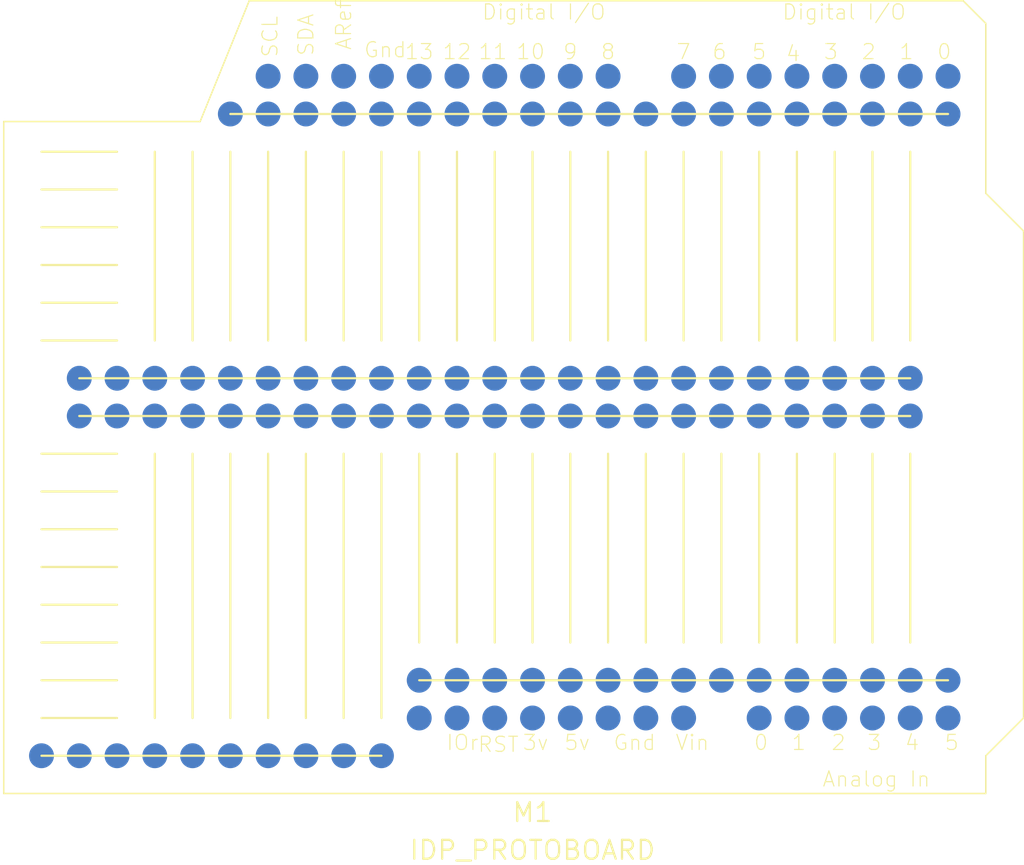
<source format=kicad_pcb>
(kicad_pcb (version 20171130) (host pcbnew 5.1.9)

  (general
    (thickness 1.6)
    (drawings 0)
    (tracks 0)
    (zones 0)
    (modules 1)
    (nets 31)
  )

  (page A4)
  (layers
    (0 F.Cu signal)
    (31 B.Cu signal)
    (32 B.Adhes user)
    (33 F.Adhes user)
    (34 B.Paste user)
    (35 F.Paste user)
    (36 B.SilkS user)
    (37 F.SilkS user)
    (38 B.Mask user)
    (39 F.Mask user)
    (40 Dwgs.User user)
    (41 Cmts.User user)
    (42 Eco1.User user)
    (43 Eco2.User user)
    (44 Edge.Cuts user)
    (45 Margin user)
    (46 B.CrtYd user)
    (47 F.CrtYd user)
    (48 B.Fab user)
    (49 F.Fab user)
  )

  (setup
    (last_trace_width 0.25)
    (trace_clearance 0.2)
    (zone_clearance 0.508)
    (zone_45_only no)
    (trace_min 0.2)
    (via_size 0.8)
    (via_drill 0.4)
    (via_min_size 0.4)
    (via_min_drill 0.3)
    (uvia_size 0.3)
    (uvia_drill 0.1)
    (uvias_allowed no)
    (uvia_min_size 0.2)
    (uvia_min_drill 0.1)
    (edge_width 0.05)
    (segment_width 0.2)
    (pcb_text_width 0.3)
    (pcb_text_size 1.5 1.5)
    (mod_edge_width 0.12)
    (mod_text_size 1 1)
    (mod_text_width 0.15)
    (pad_size 1.524 1.524)
    (pad_drill 0.762)
    (pad_to_mask_clearance 0)
    (aux_axis_origin 0 0)
    (visible_elements FFFFFF7F)
    (pcbplotparams
      (layerselection 0x010fc_ffffffff)
      (usegerberextensions false)
      (usegerberattributes true)
      (usegerberadvancedattributes true)
      (creategerberjobfile true)
      (excludeedgelayer true)
      (linewidth 0.100000)
      (plotframeref false)
      (viasonmask false)
      (mode 1)
      (useauxorigin false)
      (hpglpennumber 1)
      (hpglpenspeed 20)
      (hpglpendiameter 15.000000)
      (psnegative false)
      (psa4output false)
      (plotreference true)
      (plotvalue true)
      (plotinvisibletext false)
      (padsonsilk false)
      (subtractmaskfromsilk false)
      (outputformat 1)
      (mirror false)
      (drillshape 1)
      (scaleselection 1)
      (outputdirectory ""))
  )

  (net 0 "")
  (net 1 "Net-(M1-Pad3V)")
  (net 2 5V)
  (net 3 "Net-(M1-PadA0)")
  (net 4 "Net-(M1-PadA1)")
  (net 5 "Net-(M1-PadA2)")
  (net 6 "Net-(M1-PadA3)")
  (net 7 "Net-(M1-PadA4)")
  (net 8 "Net-(M1-PadA5)")
  (net 9 "Net-(M1-PadAREF)")
  (net 10 "Net-(M1-PadD0)")
  (net 11 "Net-(M1-PadD1)")
  (net 12 "Net-(M1-PadD2)")
  (net 13 "Net-(M1-PadD3)")
  (net 14 "Net-(M1-PadD4)")
  (net 15 "Net-(M1-PadD5)")
  (net 16 "Net-(M1-PadD6)")
  (net 17 "Net-(M1-PadD7)")
  (net 18 "Net-(M1-PadD8)")
  (net 19 "Net-(M1-PadD9)")
  (net 20 "Net-(M1-PadD10)")
  (net 21 "Net-(M1-PadD11)")
  (net 22 "Net-(M1-PadD12)")
  (net 23 "Net-(M1-PadD13)")
  (net 24 GND)
  (net 25 "Net-(M1-PadIOREF)")
  (net 26 "Net-(M1-PadRESERVED)")
  (net 27 "Net-(M1-PadRESET)")
  (net 28 "Net-(M1-PadSCL)")
  (net 29 "Net-(M1-PadSDA)")
  (net 30 "Net-(M1-PadVIN)")

  (net_class Default "This is the default net class."
    (clearance 0.2)
    (trace_width 0.25)
    (via_dia 0.8)
    (via_drill 0.4)
    (uvia_dia 0.3)
    (uvia_drill 0.1)
    (add_net 5V)
    (add_net GND)
    (add_net "Net-(M1-Pad3V)")
    (add_net "Net-(M1-PadA0)")
    (add_net "Net-(M1-PadA1)")
    (add_net "Net-(M1-PadA2)")
    (add_net "Net-(M1-PadA3)")
    (add_net "Net-(M1-PadA4)")
    (add_net "Net-(M1-PadA5)")
    (add_net "Net-(M1-PadAREF)")
    (add_net "Net-(M1-PadD0)")
    (add_net "Net-(M1-PadD1)")
    (add_net "Net-(M1-PadD10)")
    (add_net "Net-(M1-PadD11)")
    (add_net "Net-(M1-PadD12)")
    (add_net "Net-(M1-PadD13)")
    (add_net "Net-(M1-PadD2)")
    (add_net "Net-(M1-PadD3)")
    (add_net "Net-(M1-PadD4)")
    (add_net "Net-(M1-PadD5)")
    (add_net "Net-(M1-PadD6)")
    (add_net "Net-(M1-PadD7)")
    (add_net "Net-(M1-PadD8)")
    (add_net "Net-(M1-PadD9)")
    (add_net "Net-(M1-PadIOREF)")
    (add_net "Net-(M1-PadRESERVED)")
    (add_net "Net-(M1-PadRESET)")
    (add_net "Net-(M1-PadSCL)")
    (add_net "Net-(M1-PadSDA)")
    (add_net "Net-(M1-PadVIN)")
  )

  (module IDP_library_IDP_PROTO (layer F.Cu) (tedit 200000) (tstamp 60373B0A)
    (at 54.61 110.49)
    (path /60370036)
    (attr smd)
    (fp_text reference M1 (at 35.56 1.27) (layer F.SilkS)
      (effects (font (size 1.27 1.27) (thickness 0.15)))
    )
    (fp_text value IDP_PROTOBOARD (at 35.56 3.81) (layer F.SilkS)
      (effects (font (size 1.27 1.27) (thickness 0.15)))
    )
    (fp_line (start 0 0) (end 66.04 0) (layer F.SilkS) (width 0))
    (fp_line (start 66.04 0) (end 66.04 -2.54) (layer F.SilkS) (width 0))
    (fp_line (start 66.04 -2.54) (end 68.58 -5.08) (layer F.SilkS) (width 0))
    (fp_line (start 68.58 -5.08) (end 68.58 -37.846) (layer F.SilkS) (width 0))
    (fp_line (start 68.58 -37.846) (end 66.04 -40.386) (layer F.SilkS) (width 0))
    (fp_line (start 66.04 -40.386) (end 66.04 -51.816) (layer F.SilkS) (width 0))
    (fp_line (start 66.04 -51.816) (end 64.516 -53.34) (layer F.SilkS) (width 0))
    (fp_line (start 64.516 -53.34) (end 16.51 -53.34) (layer F.SilkS) (width 0))
    (fp_line (start 16.51 -53.34) (end 13.208 -45.212) (layer F.SilkS) (width 0))
    (fp_line (start 13.208 -45.212) (end 0 -45.212) (layer F.SilkS) (width 0))
    (fp_line (start 0 -45.212) (end 0 0) (layer F.SilkS) (width 0))
    (fp_line (start 2.54 -5.08) (end 7.62 -5.08) (layer F.SilkS) (width 0.14986))
    (fp_line (start 2.54 -7.62) (end 7.62 -7.62) (layer F.SilkS) (width 0.14986))
    (fp_line (start 2.54 -10.16) (end 7.62 -10.16) (layer F.SilkS) (width 0.14986))
    (fp_line (start 2.54 -12.7) (end 7.62 -12.7) (layer F.SilkS) (width 0.14986))
    (fp_line (start 2.54 -15.24) (end 7.62 -15.24) (layer F.SilkS) (width 0.14986))
    (fp_line (start 2.54 -17.78) (end 7.62 -17.78) (layer F.SilkS) (width 0.14986))
    (fp_line (start 2.54 -20.32) (end 7.62 -20.32) (layer F.SilkS) (width 0.14986))
    (fp_line (start 2.54 -22.86) (end 7.62 -22.86) (layer F.SilkS) (width 0.14986))
    (fp_line (start 2.54 -30.48) (end 7.62 -30.48) (layer F.SilkS) (width 0.14986))
    (fp_line (start 2.54 -33.02) (end 7.62 -33.02) (layer F.SilkS) (width 0.14986))
    (fp_line (start 2.54 -35.56) (end 7.62 -35.56) (layer F.SilkS) (width 0.14986))
    (fp_line (start 2.54 -38.1) (end 7.62 -38.1) (layer F.SilkS) (width 0.14986))
    (fp_line (start 2.54 -40.64) (end 7.62 -40.64) (layer F.SilkS) (width 0.14986))
    (fp_line (start 2.54 -43.18) (end 7.62 -43.18) (layer F.SilkS) (width 0.14986))
    (fp_line (start 10.16 -43.18) (end 10.16 -30.48) (layer F.SilkS) (width 0.14986))
    (fp_line (start 12.7 -43.18) (end 12.7 -30.48) (layer F.SilkS) (width 0.14986))
    (fp_line (start 15.24 -43.18) (end 15.24 -30.48) (layer F.SilkS) (width 0.14986))
    (fp_line (start 17.78 -43.18) (end 17.78 -30.48) (layer F.SilkS) (width 0.14986))
    (fp_line (start 20.32 -43.18) (end 20.32 -30.48) (layer F.SilkS) (width 0.14986))
    (fp_line (start 22.86 -43.18) (end 22.86 -30.48) (layer F.SilkS) (width 0.14986))
    (fp_line (start 25.4 -43.18) (end 25.4 -30.48) (layer F.SilkS) (width 0.14986))
    (fp_line (start 27.94 -43.18) (end 27.94 -30.48) (layer F.SilkS) (width 0.14986))
    (fp_line (start 30.48 -43.18) (end 30.48 -30.48) (layer F.SilkS) (width 0.14986))
    (fp_line (start 33.02 -43.18) (end 33.02 -30.48) (layer F.SilkS) (width 0.14986))
    (fp_line (start 35.56 -43.18) (end 35.56 -30.48) (layer F.SilkS) (width 0.14986))
    (fp_line (start 38.1 -43.18) (end 38.1 -30.48) (layer F.SilkS) (width 0.14986))
    (fp_line (start 40.64 -43.18) (end 40.64 -30.48) (layer F.SilkS) (width 0.14986))
    (fp_line (start 43.18 -43.18) (end 43.18 -30.48) (layer F.SilkS) (width 0.14986))
    (fp_line (start 45.72 -43.18) (end 45.72 -30.48) (layer F.SilkS) (width 0.14986))
    (fp_line (start 48.26 -43.18) (end 48.26 -30.48) (layer F.SilkS) (width 0.14986))
    (fp_line (start 50.8 -43.18) (end 50.8 -30.48) (layer F.SilkS) (width 0.14986))
    (fp_line (start 53.34 -43.18) (end 53.34 -30.48) (layer F.SilkS) (width 0.14986))
    (fp_line (start 55.88 -43.18) (end 55.88 -30.48) (layer F.SilkS) (width 0.14986))
    (fp_line (start 58.42 -43.18) (end 58.42 -30.48) (layer F.SilkS) (width 0.14986))
    (fp_line (start 60.96 -43.18) (end 60.96 -30.48) (layer F.SilkS) (width 0.14986))
    (fp_line (start 15.24 -45.72) (end 63.5 -45.72) (layer F.SilkS) (width 0.14986))
    (fp_line (start 60.96 -27.94) (end 5.08 -27.94) (layer F.SilkS) (width 0.14986))
    (fp_line (start 5.08 -25.4) (end 60.96 -25.4) (layer F.SilkS) (width 0.14986))
    (fp_line (start 27.94 -7.62) (end 63.5 -7.62) (layer F.SilkS) (width 0.14986))
    (fp_line (start 25.4 -2.54) (end 2.54 -2.54) (layer F.SilkS) (width 0.14986))
    (fp_line (start 60.96 -22.86) (end 60.96 -10.16) (layer F.SilkS) (width 0.14986))
    (fp_line (start 58.42 -22.86) (end 58.42 -10.16) (layer F.SilkS) (width 0.14986))
    (fp_line (start 55.88 -22.86) (end 55.88 -10.16) (layer F.SilkS) (width 0.14986))
    (fp_line (start 53.34 -22.86) (end 53.34 -10.16) (layer F.SilkS) (width 0.14986))
    (fp_line (start 50.8 -22.86) (end 50.8 -10.16) (layer F.SilkS) (width 0.14986))
    (fp_line (start 48.26 -22.86) (end 48.26 -10.16) (layer F.SilkS) (width 0.14986))
    (fp_line (start 45.72 -22.86) (end 45.72 -10.16) (layer F.SilkS) (width 0.14986))
    (fp_line (start 43.18 -22.86) (end 43.18 -10.16) (layer F.SilkS) (width 0.14986))
    (fp_line (start 40.64 -22.86) (end 40.64 -10.16) (layer F.SilkS) (width 0.14986))
    (fp_line (start 38.1 -22.86) (end 38.1 -10.16) (layer F.SilkS) (width 0.14986))
    (fp_line (start 35.56 -22.86) (end 35.56 -10.16) (layer F.SilkS) (width 0.14986))
    (fp_line (start 33.02 -22.86) (end 33.02 -10.16) (layer F.SilkS) (width 0.14986))
    (fp_line (start 30.48 -22.86) (end 30.48 -10.16) (layer F.SilkS) (width 0.14986))
    (fp_line (start 27.94 -22.86) (end 27.94 -10.16) (layer F.SilkS) (width 0.14986))
    (fp_line (start 25.4 -22.86) (end 25.4 -5.08) (layer F.SilkS) (width 0.14986))
    (fp_line (start 22.86 -22.86) (end 22.86 -5.08) (layer F.SilkS) (width 0.14986))
    (fp_line (start 20.32 -22.86) (end 20.32 -5.08) (layer F.SilkS) (width 0.14986))
    (fp_line (start 17.78 -22.86) (end 17.78 -5.08) (layer F.SilkS) (width 0.14986))
    (fp_line (start 15.24 -22.86) (end 15.24 -5.08) (layer F.SilkS) (width 0.14986))
    (fp_line (start 12.7 -22.86) (end 12.7 -5.08) (layer F.SilkS) (width 0.14986))
    (fp_line (start 10.16 -22.86) (end 10.16 -5.08) (layer F.SilkS) (width 0.14986))
    (fp_circle (center 66.04 -35.56) (end 66.04 -37.35578) (layer Dwgs.User) (width 0.127))
    (fp_text user RST (at 33.26384 -3.302) (layer F.SilkS)
      (effects (font (size 1.016 1.016) (thickness 0.0762)))
    )
    (fp_text user 3v (at 35.76828 -3.429) (layer F.SilkS)
      (effects (font (size 1.016 1.016) (thickness 0.0762)))
    )
    (fp_text user 5v (at 38.56228 -3.429) (layer F.SilkS)
      (effects (font (size 1.016 1.016) (thickness 0.0762)))
    )
    (fp_text user Gnd (at 42.42562 -3.429) (layer F.SilkS)
      (effects (font (size 1.016 1.016) (thickness 0.0762)))
    )
    (fp_text user Vin (at 46.30928 -3.429) (layer F.SilkS)
      (effects (font (size 1.016 1.016) (thickness 0.0762)))
    )
    (fp_text user "Analog In" (at 58.68162 -0.97028) (layer F.SilkS)
      (effects (font (size 1.016 1.016) (thickness 0.0762)))
    )
    (fp_text user 0 (at 50.927 -3.429) (layer F.SilkS)
      (effects (font (size 1.016 1.016) (thickness 0.0762)))
    )
    (fp_text user 1 (at 53.467 -3.429) (layer F.SilkS)
      (effects (font (size 1.016 1.016) (thickness 0.0762)))
    )
    (fp_text user 2 (at 56.134 -3.429) (layer F.SilkS)
      (effects (font (size 1.016 1.016) (thickness 0.0762)))
    )
    (fp_text user 3 (at 58.547 -3.429) (layer F.SilkS)
      (effects (font (size 1.016 1.016) (thickness 0.0762)))
    )
    (fp_text user 4 (at 61.08446 -3.429) (layer F.SilkS)
      (effects (font (size 1.016 1.016) (thickness 0.0762)))
    )
    (fp_text user 5 (at 63.75146 -3.429) (layer F.SilkS)
      (effects (font (size 1.016 1.016) (thickness 0.0762)))
    )
    (fp_text user ARef (at 22.86 -51.689 90) (layer F.SilkS)
      (effects (font (size 1.016 1.016) (thickness 0.0762)))
    )
    (fp_text user Gnd (at 25.654 -50.038) (layer F.SilkS)
      (effects (font (size 1.016 1.016) (thickness 0.0762)))
    )
    (fp_text user 13 (at 27.94 -49.911 180) (layer F.SilkS)
      (effects (font (size 1.016 1.016) (thickness 0.0762)))
    )
    (fp_text user 12 (at 30.48 -49.911 180) (layer F.SilkS)
      (effects (font (size 1.016 1.016) (thickness 0.0762)))
    )
    (fp_text user 11 (at 32.893 -49.911 180) (layer F.SilkS)
      (effects (font (size 1.016 1.016) (thickness 0.0762)))
    )
    (fp_text user 10 (at 35.433 -49.911 180) (layer F.SilkS)
      (effects (font (size 1.016 1.016) (thickness 0.0762)))
    )
    (fp_text user 9 (at 38.1 -49.911 180) (layer F.SilkS)
      (effects (font (size 1.016 1.016) (thickness 0.0762)))
    )
    (fp_text user 8 (at 40.64 -49.911 180) (layer F.SilkS)
      (effects (font (size 1.016 1.016) (thickness 0.0762)))
    )
    (fp_text user 7 (at 45.72 -49.911 180) (layer F.SilkS)
      (effects (font (size 1.016 1.016) (thickness 0.0762)))
    )
    (fp_text user 6 (at 48.133 -49.911 180) (layer F.SilkS)
      (effects (font (size 1.016 1.016) (thickness 0.0762)))
    )
    (fp_text user 5 (at 50.8 -49.911 180) (layer F.SilkS)
      (effects (font (size 1.016 1.016) (thickness 0.0762)))
    )
    (fp_text user 4 (at 53.086 -49.784 180) (layer F.SilkS)
      (effects (font (size 1.016 1.016) (thickness 0.0762)))
    )
    (fp_text user 3 (at 55.626 -49.911 180) (layer F.SilkS)
      (effects (font (size 1.016 1.016) (thickness 0.0762)))
    )
    (fp_text user 2 (at 58.166 -49.911 180) (layer F.SilkS)
      (effects (font (size 1.016 1.016) (thickness 0.0762)))
    )
    (fp_text user 1 (at 60.706 -49.911 180) (layer F.SilkS)
      (effects (font (size 1.016 1.016) (thickness 0.0762)))
    )
    (fp_text user 0 (at 63.246 -49.911 180) (layer F.SilkS)
      (effects (font (size 1.016 1.016) (thickness 0.0762)))
    )
    (fp_text user "Digital I/O" (at 36.322 -52.578) (layer F.SilkS)
      (effects (font (size 1.016 1.016) (thickness 0.0762)))
    )
    (fp_text user "Digital I/O" (at 56.515 -52.578) (layer F.SilkS)
      (effects (font (size 1.016 1.016) (thickness 0.0762)))
    )
    (fp_text user SCL (at 17.907 -50.927 90) (layer F.SilkS)
      (effects (font (size 1.016 1.016) (thickness 0.0762)))
    )
    (fp_text user SDA (at 20.32 -51.05146 90) (layer F.SilkS)
      (effects (font (size 1.016 1.016) (thickness 0.0762)))
    )
    (fp_text user IOr (at 30.85084 -3.429) (layer F.SilkS)
      (effects (font (size 1.016 1.016) (thickness 0.0762)))
    )
    (pad 3V smd circle (at 35.56 -5.08) (size 1.6764 1.6764) (layers B.Cu B.Mask)
      (net 1 "Net-(M1-Pad3V)"))
    (pad 5V smd circle (at 38.1 -5.08) (size 1.6764 1.6764) (layers B.Cu B.Mask)
      (net 2 5V))
    (pad 5V@0 smd circle (at 15.24 -45.72) (size 1.6764 1.6764) (layers B.Cu B.Mask)
      (net 2 5V))
    (pad 5V@1 smd circle (at 17.78 -45.72) (size 1.6764 1.6764) (layers B.Cu B.Mask)
      (net 2 5V))
    (pad 5V@2 smd circle (at 20.32 -45.72) (size 1.6764 1.6764) (layers B.Cu B.Mask)
      (net 2 5V))
    (pad 5V@3 smd circle (at 22.86 -45.72) (size 1.6764 1.6764) (layers B.Cu B.Mask)
      (net 2 5V))
    (pad 5V@4 smd circle (at 25.4 -45.72) (size 1.6764 1.6764) (layers B.Cu B.Mask)
      (net 2 5V))
    (pad 5V@5 smd circle (at 27.94 -45.72) (size 1.6764 1.6764) (layers B.Cu B.Mask)
      (net 2 5V))
    (pad 5V@6 smd circle (at 30.48 -45.72) (size 1.6764 1.6764) (layers B.Cu B.Mask)
      (net 2 5V))
    (pad 5V@7 smd circle (at 33.02 -45.72) (size 1.6764 1.6764) (layers B.Cu B.Mask)
      (net 2 5V))
    (pad 5V@8 smd circle (at 35.56 -45.72) (size 1.6764 1.6764) (layers B.Cu B.Mask)
      (net 2 5V))
    (pad 5V@9 smd circle (at 38.1 -45.72) (size 1.6764 1.6764) (layers B.Cu B.Mask)
      (net 2 5V))
    (pad 5V@10 smd circle (at 40.64 -45.72) (size 1.6764 1.6764) (layers B.Cu B.Mask)
      (net 2 5V))
    (pad 5V@11 smd circle (at 43.18 -45.72) (size 1.6764 1.6764) (layers B.Cu B.Mask)
      (net 2 5V))
    (pad 5V@12 smd circle (at 45.72 -45.72) (size 1.6764 1.6764) (layers B.Cu B.Mask)
      (net 2 5V))
    (pad 5V@13 smd circle (at 48.26 -45.72) (size 1.6764 1.6764) (layers B.Cu B.Mask)
      (net 2 5V))
    (pad 5V@14 smd circle (at 50.8 -45.72) (size 1.6764 1.6764) (layers B.Cu B.Mask)
      (net 2 5V))
    (pad 5V@15 smd circle (at 53.34 -45.72) (size 1.6764 1.6764) (layers B.Cu B.Mask)
      (net 2 5V))
    (pad 5V@16 smd circle (at 55.88 -45.72) (size 1.6764 1.6764) (layers B.Cu B.Mask)
      (net 2 5V))
    (pad 5V@17 smd circle (at 58.42 -45.72) (size 1.6764 1.6764) (layers B.Cu B.Mask)
      (net 2 5V))
    (pad 5V@18 smd circle (at 5.08 -25.4) (size 1.6764 1.6764) (layers B.Cu B.Mask)
      (net 2 5V))
    (pad 5V@19 smd circle (at 7.62 -25.4) (size 1.6764 1.6764) (layers B.Cu B.Mask)
      (net 2 5V))
    (pad 5V@20 smd circle (at 10.16 -25.4) (size 1.6764 1.6764) (layers B.Cu B.Mask)
      (net 2 5V))
    (pad 5V@21 smd circle (at 12.7 -25.4) (size 1.6764 1.6764) (layers B.Cu B.Mask)
      (net 2 5V))
    (pad 5V@22 smd circle (at 15.24 -25.4) (size 1.6764 1.6764) (layers B.Cu B.Mask)
      (net 2 5V))
    (pad 5V@23 smd circle (at 17.78 -25.4) (size 1.6764 1.6764) (layers B.Cu B.Mask)
      (net 2 5V))
    (pad 5V@24 smd circle (at 20.32 -25.4) (size 1.6764 1.6764) (layers B.Cu B.Mask)
      (net 2 5V))
    (pad 5V@25 smd circle (at 22.86 -25.4) (size 1.6764 1.6764) (layers B.Cu B.Mask)
      (net 2 5V))
    (pad 5V@26 smd circle (at 25.4 -25.4) (size 1.6764 1.6764) (layers B.Cu B.Mask)
      (net 2 5V))
    (pad 5V@27 smd circle (at 27.94 -25.4) (size 1.6764 1.6764) (layers B.Cu B.Mask)
      (net 2 5V))
    (pad 5V@28 smd circle (at 30.48 -25.4) (size 1.6764 1.6764) (layers B.Cu B.Mask)
      (net 2 5V))
    (pad 5V@29 smd circle (at 33.02 -25.4) (size 1.6764 1.6764) (layers B.Cu B.Mask)
      (net 2 5V))
    (pad 5V@30 smd circle (at 35.56 -25.4) (size 1.6764 1.6764) (layers B.Cu B.Mask)
      (net 2 5V))
    (pad 5V@31 smd circle (at 38.1 -25.4) (size 1.6764 1.6764) (layers B.Cu B.Mask)
      (net 2 5V))
    (pad 5V@32 smd circle (at 40.64 -25.4) (size 1.6764 1.6764) (layers B.Cu B.Mask)
      (net 2 5V))
    (pad 5V@33 smd circle (at 43.18 -25.4) (size 1.6764 1.6764) (layers B.Cu B.Mask)
      (net 2 5V))
    (pad 5V@34 smd circle (at 45.72 -25.4) (size 1.6764 1.6764) (layers B.Cu B.Mask)
      (net 2 5V))
    (pad 5V@35 smd circle (at 48.26 -25.4) (size 1.6764 1.6764) (layers B.Cu B.Mask)
      (net 2 5V))
    (pad 5V@36 smd circle (at 50.8 -25.4) (size 1.6764 1.6764) (layers B.Cu B.Mask)
      (net 2 5V))
    (pad 5V@37 smd circle (at 53.34 -25.4) (size 1.6764 1.6764) (layers B.Cu B.Mask)
      (net 2 5V))
    (pad 5V@38 smd circle (at 55.88 -25.4) (size 1.6764 1.6764) (layers B.Cu B.Mask)
      (net 2 5V))
    (pad 5V@39 smd circle (at 58.42 -25.4) (size 1.6764 1.6764) (layers B.Cu B.Mask)
      (net 2 5V))
    (pad 5V@40 smd circle (at 60.96 -25.4) (size 1.6764 1.6764) (layers B.Cu B.Mask)
      (net 2 5V))
    (pad 5V@41 smd circle (at 60.96 -45.72) (size 1.6764 1.6764) (layers B.Cu B.Mask))
    (pad 5V@42 smd circle (at 63.5 -45.72) (size 1.6764 1.6764) (layers B.Cu B.Mask))
    (pad A0 smd circle (at 50.8 -5.08) (size 1.6764 1.6764) (layers B.Cu B.Mask)
      (net 3 "Net-(M1-PadA0)"))
    (pad A1 smd circle (at 53.34 -5.08) (size 1.6764 1.6764) (layers B.Cu B.Mask)
      (net 4 "Net-(M1-PadA1)"))
    (pad A2 smd circle (at 55.88 -5.08) (size 1.6764 1.6764) (layers B.Cu B.Mask)
      (net 5 "Net-(M1-PadA2)"))
    (pad A3 smd circle (at 58.42 -5.08) (size 1.6764 1.6764) (layers B.Cu B.Mask)
      (net 6 "Net-(M1-PadA3)"))
    (pad A4 smd circle (at 60.96 -5.08) (size 1.6764 1.6764) (layers B.Cu B.Mask)
      (net 7 "Net-(M1-PadA4)"))
    (pad A5 smd circle (at 63.5 -5.08) (size 1.6764 1.6764) (layers B.Cu B.Mask)
      (net 8 "Net-(M1-PadA5)"))
    (pad AREF smd circle (at 22.86 -48.26) (size 1.6764 1.6764) (layers B.Cu B.Mask)
      (net 9 "Net-(M1-PadAREF)"))
    (pad D0 smd circle (at 63.5 -48.26 180) (size 1.6764 1.6764) (layers B.Cu B.Mask)
      (net 10 "Net-(M1-PadD0)"))
    (pad D1 smd circle (at 60.96 -48.26 180) (size 1.6764 1.6764) (layers B.Cu B.Mask)
      (net 11 "Net-(M1-PadD1)"))
    (pad D2 smd circle (at 58.42 -48.26 180) (size 1.6764 1.6764) (layers B.Cu B.Mask)
      (net 12 "Net-(M1-PadD2)"))
    (pad D3 smd circle (at 55.88 -48.26 180) (size 1.6764 1.6764) (layers B.Cu B.Mask)
      (net 13 "Net-(M1-PadD3)"))
    (pad D4 smd circle (at 53.34 -48.26 180) (size 1.6764 1.6764) (layers B.Cu B.Mask)
      (net 14 "Net-(M1-PadD4)"))
    (pad D5 smd circle (at 50.8 -48.26 180) (size 1.6764 1.6764) (layers B.Cu B.Mask)
      (net 15 "Net-(M1-PadD5)"))
    (pad D6 smd circle (at 48.26 -48.26 180) (size 1.6764 1.6764) (layers B.Cu B.Mask)
      (net 16 "Net-(M1-PadD6)"))
    (pad D7 smd circle (at 45.72 -48.26 180) (size 1.6764 1.6764) (layers B.Cu B.Mask)
      (net 17 "Net-(M1-PadD7)"))
    (pad D8 smd circle (at 40.64 -48.26 180) (size 1.6764 1.6764) (layers B.Cu B.Mask)
      (net 18 "Net-(M1-PadD8)"))
    (pad D9 smd circle (at 38.1 -48.26 180) (size 1.6764 1.6764) (layers B.Cu B.Mask)
      (net 19 "Net-(M1-PadD9)"))
    (pad D10 smd circle (at 35.56 -48.26 180) (size 1.6764 1.6764) (layers B.Cu B.Mask)
      (net 20 "Net-(M1-PadD10)"))
    (pad D11 smd circle (at 33.02 -48.26 180) (size 1.6764 1.6764) (layers B.Cu B.Mask)
      (net 21 "Net-(M1-PadD11)"))
    (pad D12 smd circle (at 30.48 -48.26 180) (size 1.6764 1.6764) (layers B.Cu B.Mask)
      (net 22 "Net-(M1-PadD12)"))
    (pad D13 smd circle (at 27.94 -48.26 180) (size 1.6764 1.6764) (layers B.Cu B.Mask)
      (net 23 "Net-(M1-PadD13)"))
    (pad GND smd circle (at 25.4 -48.26) (size 1.6764 1.6764) (layers B.Cu B.Mask)
      (net 24 GND))
    (pad GND16 smd circle (at 2.54 -2.54) (size 1.6764 1.6764) (layers B.Cu B.Mask)
      (net 24 GND))
    (pad GND17 smd circle (at 5.08 -2.54) (size 1.6764 1.6764) (layers B.Cu B.Mask)
      (net 24 GND))
    (pad GND18 smd circle (at 7.62 -2.54) (size 1.6764 1.6764) (layers B.Cu B.Mask)
      (net 24 GND))
    (pad GND19 smd circle (at 10.16 -2.54) (size 1.6764 1.6764) (layers B.Cu B.Mask)
      (net 24 GND))
    (pad GND20 smd circle (at 12.7 -2.54) (size 1.6764 1.6764) (layers B.Cu B.Mask)
      (net 24 GND))
    (pad GND21 smd circle (at 15.24 -2.54) (size 1.6764 1.6764) (layers B.Cu B.Mask)
      (net 24 GND))
    (pad GND22 smd circle (at 17.78 -2.54) (size 1.6764 1.6764) (layers B.Cu B.Mask)
      (net 24 GND))
    (pad GND23 smd circle (at 20.32 -2.54) (size 1.6764 1.6764) (layers B.Cu B.Mask)
      (net 24 GND))
    (pad GND24 smd circle (at 22.86 -2.54) (size 1.6764 1.6764) (layers B.Cu B.Mask)
      (net 24 GND))
    (pad GND25 smd circle (at 25.4 -2.54) (size 1.6764 1.6764) (layers B.Cu B.Mask)
      (net 24 GND))
    (pad GND@1 smd circle (at 43.18 -5.08) (size 1.6764 1.6764) (layers B.Cu B.Mask)
      (net 24 GND))
    (pad GND@2 smd circle (at 40.64 -5.08) (size 1.6764 1.6764) (layers B.Cu B.Mask)
      (net 24 GND))
    (pad GND@3 smd circle (at 27.94 -7.62) (size 1.6764 1.6764) (layers B.Cu B.Mask)
      (net 24 GND))
    (pad GND@4 smd circle (at 30.48 -7.62) (size 1.6764 1.6764) (layers B.Cu B.Mask)
      (net 24 GND))
    (pad GND@5 smd circle (at 33.02 -7.62) (size 1.6764 1.6764) (layers B.Cu B.Mask)
      (net 24 GND))
    (pad GND@6 smd circle (at 35.56 -7.62) (size 1.6764 1.6764) (layers B.Cu B.Mask)
      (net 24 GND))
    (pad GND@7 smd circle (at 38.1 -7.62) (size 1.6764 1.6764) (layers B.Cu B.Mask)
      (net 24 GND))
    (pad GND@8 smd circle (at 40.64 -7.62) (size 1.6764 1.6764) (layers B.Cu B.Mask)
      (net 24 GND))
    (pad GND@9 smd circle (at 43.18 -7.62) (size 1.6764 1.6764) (layers B.Cu B.Mask)
      (net 24 GND))
    (pad GND@10 smd circle (at 45.72 -7.62) (size 1.6764 1.6764) (layers B.Cu B.Mask)
      (net 24 GND))
    (pad GND@11 smd circle (at 48.26 -7.62) (size 1.6764 1.6764) (layers B.Cu B.Mask)
      (net 24 GND))
    (pad GND@12 smd circle (at 50.8 -7.62) (size 1.6764 1.6764) (layers B.Cu B.Mask)
      (net 24 GND))
    (pad GND@13 smd circle (at 53.34 -7.62) (size 1.6764 1.6764) (layers B.Cu B.Mask)
      (net 24 GND))
    (pad GND@14 smd circle (at 55.88 -7.62) (size 1.6764 1.6764) (layers B.Cu B.Mask)
      (net 24 GND))
    (pad GND@15 smd circle (at 58.42 -7.62) (size 1.6764 1.6764) (layers B.Cu B.Mask)
      (net 24 GND))
    (pad GND@16 smd circle (at 60.96 -7.62) (size 1.6764 1.6764) (layers B.Cu B.Mask))
    (pad GND@17 smd circle (at 63.5 -7.62) (size 1.6764 1.6764) (layers B.Cu B.Mask))
    (pad GND@26 smd circle (at 5.08 -27.94) (size 1.6764 1.6764) (layers B.Cu B.Mask)
      (net 24 GND))
    (pad GND@27 smd circle (at 7.62 -27.94) (size 1.6764 1.6764) (layers B.Cu B.Mask)
      (net 24 GND))
    (pad GND@28 smd circle (at 10.16 -27.94) (size 1.6764 1.6764) (layers B.Cu B.Mask)
      (net 24 GND))
    (pad GND@29 smd circle (at 12.7 -27.94) (size 1.6764 1.6764) (layers B.Cu B.Mask)
      (net 24 GND))
    (pad GND@30 smd circle (at 15.24 -27.94) (size 1.6764 1.6764) (layers B.Cu B.Mask)
      (net 24 GND))
    (pad GND@31 smd circle (at 17.78 -27.94) (size 1.6764 1.6764) (layers B.Cu B.Mask)
      (net 24 GND))
    (pad GND@32 smd circle (at 20.32 -27.94) (size 1.6764 1.6764) (layers B.Cu B.Mask)
      (net 24 GND))
    (pad GND@33 smd circle (at 22.86 -27.94) (size 1.6764 1.6764) (layers B.Cu B.Mask)
      (net 24 GND))
    (pad GND@34 smd circle (at 25.4 -27.94) (size 1.6764 1.6764) (layers B.Cu B.Mask)
      (net 24 GND))
    (pad GND@35 smd circle (at 27.94 -27.94) (size 1.6764 1.6764) (layers B.Cu B.Mask)
      (net 24 GND))
    (pad GND@36 smd circle (at 30.48 -27.94) (size 1.6764 1.6764) (layers B.Cu B.Mask)
      (net 24 GND))
    (pad GND@37 smd circle (at 33.02 -27.94) (size 1.6764 1.6764) (layers B.Cu B.Mask)
      (net 24 GND))
    (pad GND@38 smd circle (at 35.56 -27.94) (size 1.6764 1.6764) (layers B.Cu B.Mask)
      (net 24 GND))
    (pad GND@39 smd circle (at 38.1 -27.94) (size 1.6764 1.6764) (layers B.Cu B.Mask)
      (net 24 GND))
    (pad GND@40 smd circle (at 40.64 -27.94) (size 1.6764 1.6764) (layers B.Cu B.Mask)
      (net 24 GND))
    (pad GND@41 smd circle (at 43.18 -27.94) (size 1.6764 1.6764) (layers B.Cu B.Mask)
      (net 24 GND))
    (pad GND@42 smd circle (at 45.72 -27.94) (size 1.6764 1.6764) (layers B.Cu B.Mask)
      (net 24 GND))
    (pad GND@43 smd circle (at 48.26 -27.94) (size 1.6764 1.6764) (layers B.Cu B.Mask)
      (net 24 GND))
    (pad GND@44 smd circle (at 50.8 -27.94) (size 1.6764 1.6764) (layers B.Cu B.Mask)
      (net 24 GND))
    (pad GND@45 smd circle (at 53.34 -27.94) (size 1.6764 1.6764) (layers B.Cu B.Mask)
      (net 24 GND))
    (pad GND@46 smd circle (at 55.88 -27.94) (size 1.6764 1.6764) (layers B.Cu B.Mask)
      (net 24 GND))
    (pad GND@47 smd circle (at 58.42 -27.94) (size 1.6764 1.6764) (layers B.Cu B.Mask)
      (net 24 GND))
    (pad GND@48 smd circle (at 60.96 -27.94) (size 1.6764 1.6764) (layers B.Cu B.Mask)
      (net 24 GND))
    (pad IOREF smd circle (at 30.48 -5.08) (size 1.6764 1.6764) (layers B.Cu B.Mask)
      (net 25 "Net-(M1-PadIOREF)"))
    (pad RESERVED smd circle (at 27.94 -5.08) (size 1.6764 1.6764) (layers B.Cu B.Mask)
      (net 26 "Net-(M1-PadRESERVED)"))
    (pad RESET smd circle (at 33.02 -5.08) (size 1.6764 1.6764) (layers B.Cu B.Mask)
      (net 27 "Net-(M1-PadRESET)"))
    (pad SCL smd circle (at 17.78 -48.26) (size 1.6764 1.6764) (layers B.Cu B.Mask)
      (net 28 "Net-(M1-PadSCL)"))
    (pad SDA smd circle (at 20.32 -48.26) (size 1.6764 1.6764) (layers B.Cu B.Mask)
      (net 29 "Net-(M1-PadSDA)"))
    (pad VIN smd circle (at 45.72 -5.08) (size 1.6764 1.6764) (layers B.Cu B.Mask)
      (net 30 "Net-(M1-PadVIN)"))
  )

)

</source>
